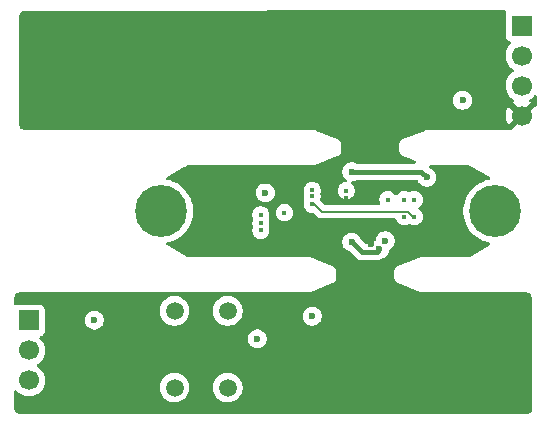
<source format=gbr>
%TF.GenerationSoftware,KiCad,Pcbnew,9.0.1*%
%TF.CreationDate,2025-06-23T13:00:01-04:00*%
%TF.ProjectId,Colossus_TI_rev_B,436f6c6f-7373-4757-935f-54495f726576,rev?*%
%TF.SameCoordinates,Original*%
%TF.FileFunction,Copper,L3,Inr*%
%TF.FilePolarity,Positive*%
%FSLAX46Y46*%
G04 Gerber Fmt 4.6, Leading zero omitted, Abs format (unit mm)*
G04 Created by KiCad (PCBNEW 9.0.1) date 2025-06-23 13:00:01*
%MOMM*%
%LPD*%
G01*
G04 APERTURE LIST*
%TA.AperFunction,ComponentPad*%
%ADD10C,1.507998*%
%TD*%
%TA.AperFunction,ComponentPad*%
%ADD11C,1.700000*%
%TD*%
%TA.AperFunction,ComponentPad*%
%ADD12R,1.700000X1.700000*%
%TD*%
%TA.AperFunction,ComponentPad*%
%ADD13C,0.700000*%
%TD*%
%TA.AperFunction,ComponentPad*%
%ADD14C,4.400000*%
%TD*%
%TA.AperFunction,ViaPad*%
%ADD15C,0.600000*%
%TD*%
%TA.AperFunction,ViaPad*%
%ADD16C,0.450000*%
%TD*%
%TA.AperFunction,Conductor*%
%ADD17C,0.400000*%
%TD*%
%TA.AperFunction,Conductor*%
%ADD18C,0.150000*%
%TD*%
G04 APERTURE END LIST*
D10*
%TO.N,N/C*%
%TO.C,SW2*%
X89900000Y-75575000D03*
X89900000Y-82075002D03*
%TO.N,NRST*%
X85399999Y-75575000D03*
%TO.N,Net-(C10-Pad2)*%
X85399999Y-82075002D03*
%TD*%
D11*
%TO.N,Vss*%
%TO.C,J1*%
X114775000Y-59035000D03*
%TO.N,SWDIO*%
X114775000Y-56495000D03*
%TO.N,SWCLK*%
X114775000Y-53955000D03*
D12*
%TO.N,Vdd*%
X114775000Y-51415000D03*
%TD*%
D11*
%TO.N,A5*%
%TO.C,J6*%
X73075000Y-81465000D03*
%TO.N,A4*%
X73075000Y-78925000D03*
D12*
%TO.N,A3*%
X73075000Y-76385000D03*
%TD*%
D13*
%TO.N,N/C*%
%TO.C,H1*%
X85900000Y-67125000D03*
X85416726Y-68291726D03*
X85416726Y-65958274D03*
X84250000Y-68775000D03*
D14*
X84250000Y-67125000D03*
D13*
X84250000Y-65475000D03*
X83083274Y-68291726D03*
X83083274Y-65958274D03*
X82600000Y-67125000D03*
%TD*%
%TO.N,N/C*%
%TO.C,H2*%
X114200000Y-67125000D03*
X113716726Y-68291726D03*
X113716726Y-65958274D03*
X112550000Y-68775000D03*
D14*
X112550000Y-67125000D03*
D13*
X112550000Y-65475000D03*
X111383274Y-68291726D03*
X111383274Y-65958274D03*
X110900000Y-67125000D03*
%TD*%
D15*
%TO.N,Strain Power*%
X93090000Y-65570000D03*
%TO.N,Vss*%
X90080000Y-63830000D03*
X94200000Y-69150000D03*
X93200000Y-64600000D03*
X87800000Y-66500000D03*
X92010000Y-65080000D03*
X78525000Y-81625000D03*
X106350000Y-70250000D03*
X89950000Y-68950000D03*
X102050000Y-75475000D03*
D16*
X99894613Y-66005387D03*
D15*
X102050000Y-69950000D03*
X106350000Y-69370000D03*
%TO.N,Vdd*%
X100400000Y-69750000D03*
D16*
X97050000Y-65888502D03*
D15*
X100400000Y-63800000D03*
D16*
X97050000Y-65350000D03*
D15*
X102741356Y-70350000D03*
X106750000Y-64250000D03*
X78600000Y-76350000D03*
X97050000Y-76020000D03*
X109775000Y-57750000D03*
%TO.N,NRST*%
X103243356Y-69643356D03*
X92400000Y-77950000D03*
D16*
%TO.N,SDATA*%
X92700000Y-67450000D03*
X104850000Y-66150000D03*
%TO.N,FSYNC*%
X92700000Y-68750000D03*
X104850000Y-67603366D03*
%TO.N,SCLK*%
X105700000Y-66150000D03*
X92700000Y-68150000D03*
%TO.N,24MHzClockOut*%
X103450000Y-66150000D03*
X94700000Y-67250000D03*
%TO.N,Mode Select*%
X105700000Y-67603366D03*
X97060000Y-66550000D03*
%TO.N,Strain Power*%
X99920000Y-65400000D03*
%TD*%
D17*
%TO.N,Vdd*%
X100400000Y-69750000D02*
X101228000Y-70578000D01*
X106300000Y-63800000D02*
X106750000Y-64250000D01*
X100400000Y-63800000D02*
X106300000Y-63800000D01*
X101228000Y-70578000D02*
X102513356Y-70578000D01*
X102513356Y-70578000D02*
X102741356Y-70350000D01*
D18*
%TO.N,Mode Select*%
X97848363Y-67175366D02*
X105125366Y-67175366D01*
X105125366Y-67175366D02*
X105600000Y-67650000D01*
X97100000Y-66427003D02*
X97848363Y-67175366D01*
%TD*%
%TA.AperFunction,Conductor*%
%TO.N,Vss*%
G36*
X113439921Y-50157915D02*
G01*
X113485691Y-50210705D01*
X113495655Y-50279861D01*
X113484194Y-50314318D01*
X113484303Y-50314359D01*
X113483172Y-50317388D01*
X113481750Y-50321667D01*
X113481204Y-50322665D01*
X113430908Y-50457517D01*
X113424501Y-50517116D01*
X113424500Y-50517135D01*
X113424500Y-52312870D01*
X113424501Y-52312876D01*
X113430908Y-52372483D01*
X113481202Y-52507328D01*
X113481206Y-52507335D01*
X113567452Y-52622544D01*
X113567455Y-52622547D01*
X113682664Y-52708793D01*
X113682671Y-52708797D01*
X113814082Y-52757810D01*
X113870016Y-52799681D01*
X113894433Y-52865145D01*
X113879582Y-52933418D01*
X113858431Y-52961673D01*
X113744889Y-53075215D01*
X113619951Y-53247179D01*
X113523444Y-53436585D01*
X113457753Y-53638760D01*
X113424500Y-53848713D01*
X113424500Y-54061286D01*
X113457753Y-54271239D01*
X113523444Y-54473414D01*
X113619951Y-54662820D01*
X113744890Y-54834786D01*
X113895213Y-54985109D01*
X114067182Y-55110050D01*
X114075946Y-55114516D01*
X114126742Y-55162491D01*
X114143536Y-55230312D01*
X114120998Y-55296447D01*
X114075946Y-55335484D01*
X114067182Y-55339949D01*
X113895213Y-55464890D01*
X113744890Y-55615213D01*
X113619951Y-55787179D01*
X113523444Y-55976585D01*
X113457753Y-56178760D01*
X113424500Y-56388713D01*
X113424500Y-56601287D01*
X113457754Y-56811243D01*
X113512672Y-56980263D01*
X113523444Y-57013414D01*
X113619951Y-57202820D01*
X113744890Y-57374786D01*
X113895213Y-57525109D01*
X114067179Y-57650048D01*
X114067181Y-57650049D01*
X114067184Y-57650051D01*
X114076493Y-57654794D01*
X114127290Y-57702766D01*
X114144087Y-57770587D01*
X114121552Y-57836722D01*
X114076505Y-57875760D01*
X114067446Y-57880376D01*
X114067440Y-57880380D01*
X114013282Y-57919727D01*
X114013282Y-57919728D01*
X114645591Y-58552037D01*
X114582007Y-58569075D01*
X114467993Y-58634901D01*
X114374901Y-58727993D01*
X114309075Y-58842007D01*
X114292037Y-58905591D01*
X113659728Y-58273282D01*
X113659727Y-58273282D01*
X113620380Y-58327439D01*
X113523904Y-58516782D01*
X113458242Y-58718869D01*
X113458242Y-58718872D01*
X113425000Y-58928753D01*
X113425000Y-59141246D01*
X113458242Y-59351127D01*
X113458242Y-59351130D01*
X113523904Y-59553217D01*
X113620375Y-59742550D01*
X113659728Y-59796716D01*
X114292037Y-59164408D01*
X114309075Y-59227993D01*
X114374901Y-59342007D01*
X114467993Y-59435099D01*
X114582007Y-59500925D01*
X114645590Y-59517962D01*
X114001522Y-60162029D01*
X113996384Y-60186488D01*
X113947331Y-60236243D01*
X113887091Y-60251836D01*
X106844820Y-60249513D01*
X106835948Y-60249510D01*
X106806155Y-60245218D01*
X106770343Y-60249488D01*
X106762945Y-60249486D01*
X106762944Y-60249485D01*
X106734293Y-60249478D01*
X106734273Y-60249478D01*
X106734272Y-60249478D01*
X106734268Y-60249478D01*
X106713751Y-60254968D01*
X106696395Y-60258308D01*
X106675303Y-60260825D01*
X106675298Y-60260826D01*
X106648673Y-60271476D01*
X106634680Y-60276128D01*
X106625432Y-60278603D01*
X106606967Y-60283544D01*
X106588564Y-60294161D01*
X106572655Y-60301882D01*
X104773578Y-61021513D01*
X104773577Y-61021513D01*
X104766734Y-61024251D01*
X104731814Y-61033608D01*
X104705814Y-61048617D01*
X104697568Y-61051916D01*
X104697569Y-61051916D01*
X104677938Y-61059769D01*
X104677936Y-61059771D01*
X104654891Y-61077011D01*
X104642618Y-61085104D01*
X104617686Y-61099499D01*
X104617683Y-61099502D01*
X104602739Y-61114445D01*
X104589349Y-61126044D01*
X104572425Y-61138706D01*
X104572416Y-61138714D01*
X104554614Y-61161337D01*
X104554613Y-61161336D01*
X104550049Y-61167135D01*
X104524500Y-61192686D01*
X104509494Y-61218675D01*
X104503995Y-61225664D01*
X104503995Y-61225665D01*
X104490925Y-61242276D01*
X104479585Y-61268735D01*
X104473001Y-61281883D01*
X104458608Y-61306813D01*
X104458607Y-61306815D01*
X104453135Y-61327228D01*
X104453136Y-61327229D01*
X104450833Y-61335820D01*
X104439012Y-61363408D01*
X104433856Y-61399183D01*
X104431949Y-61406303D01*
X104424501Y-61434100D01*
X104424500Y-61434109D01*
X104424500Y-61455235D01*
X104423233Y-61472918D01*
X104420217Y-61493844D01*
X104420217Y-61493845D01*
X104423627Y-61522425D01*
X104424500Y-61537112D01*
X104424500Y-61973602D01*
X104420345Y-62012884D01*
X104424500Y-62039228D01*
X104424500Y-62065897D01*
X104433028Y-62097723D01*
X104435738Y-62110494D01*
X104440873Y-62143052D01*
X104440875Y-62143058D01*
X104446702Y-62156168D01*
X104451705Y-62167425D01*
X104458608Y-62193186D01*
X104478353Y-62227386D01*
X104481008Y-62233359D01*
X104481011Y-62233365D01*
X104494399Y-62263486D01*
X104494399Y-62263487D01*
X104505054Y-62276663D01*
X104505055Y-62276663D01*
X104510960Y-62283965D01*
X104511166Y-62284219D01*
X104524500Y-62307314D01*
X104552427Y-62335241D01*
X104556537Y-62340323D01*
X104563958Y-62349500D01*
X104577266Y-62365955D01*
X104598829Y-62381643D01*
X104617686Y-62400500D01*
X104651892Y-62420248D01*
X104683831Y-62443486D01*
X104699648Y-62449569D01*
X104699650Y-62449570D01*
X104708722Y-62453059D01*
X104731814Y-62466392D01*
X104769964Y-62476614D01*
X105408404Y-62722167D01*
X105766157Y-62859765D01*
X105821662Y-62902203D01*
X105845412Y-62967913D01*
X105829866Y-63036031D01*
X105779960Y-63084931D01*
X105721644Y-63099500D01*
X100825316Y-63099500D01*
X100777864Y-63090061D01*
X100633501Y-63030264D01*
X100633489Y-63030261D01*
X100478845Y-62999500D01*
X100478842Y-62999500D01*
X100321158Y-62999500D01*
X100321155Y-62999500D01*
X100166510Y-63030261D01*
X100166498Y-63030264D01*
X100020827Y-63090602D01*
X100020814Y-63090609D01*
X99889711Y-63178210D01*
X99889707Y-63178213D01*
X99778213Y-63289707D01*
X99778210Y-63289711D01*
X99690609Y-63420814D01*
X99690602Y-63420827D01*
X99630264Y-63566498D01*
X99630261Y-63566510D01*
X99599500Y-63721153D01*
X99599500Y-63878846D01*
X99630261Y-64033489D01*
X99630264Y-64033501D01*
X99690602Y-64179172D01*
X99690609Y-64179185D01*
X99778210Y-64310288D01*
X99778213Y-64310292D01*
X99889707Y-64421786D01*
X99889711Y-64421789D01*
X99928037Y-64447398D01*
X99972842Y-64501010D01*
X99981549Y-64570335D01*
X99951395Y-64633363D01*
X99891952Y-64670082D01*
X99859146Y-64674500D01*
X99848543Y-64674500D01*
X99708385Y-64702379D01*
X99708379Y-64702381D01*
X99576349Y-64757069D01*
X99576340Y-64757074D01*
X99457521Y-64836467D01*
X99457517Y-64836470D01*
X99356470Y-64937517D01*
X99356467Y-64937521D01*
X99277074Y-65056340D01*
X99277069Y-65056349D01*
X99222381Y-65188379D01*
X99222379Y-65188385D01*
X99194500Y-65328542D01*
X99194500Y-65328545D01*
X99194500Y-65471455D01*
X99194500Y-65471457D01*
X99194499Y-65471457D01*
X99222379Y-65611614D01*
X99222381Y-65611620D01*
X99277069Y-65743650D01*
X99277074Y-65743659D01*
X99356467Y-65862478D01*
X99356470Y-65862482D01*
X99457517Y-65963529D01*
X99457521Y-65963532D01*
X99576340Y-66042925D01*
X99576346Y-66042928D01*
X99576347Y-66042929D01*
X99708380Y-66097619D01*
X99708384Y-66097619D01*
X99708385Y-66097620D01*
X99848542Y-66125500D01*
X99848545Y-66125500D01*
X99991457Y-66125500D01*
X100085751Y-66106742D01*
X100131620Y-66097619D01*
X100263653Y-66042929D01*
X100382479Y-65963532D01*
X100483532Y-65862479D01*
X100562929Y-65743653D01*
X100617619Y-65611620D01*
X100632607Y-65536271D01*
X100645500Y-65471457D01*
X100645500Y-65328542D01*
X100617620Y-65188385D01*
X100617619Y-65188384D01*
X100617619Y-65188380D01*
X100575318Y-65086258D01*
X100562930Y-65056349D01*
X100562925Y-65056340D01*
X100483532Y-64937521D01*
X100483529Y-64937517D01*
X100382482Y-64836470D01*
X100369210Y-64827602D01*
X100324406Y-64773989D01*
X100315699Y-64704664D01*
X100345854Y-64641637D01*
X100405298Y-64604918D01*
X100438102Y-64600500D01*
X100478844Y-64600500D01*
X100478845Y-64600499D01*
X100633497Y-64569737D01*
X100739192Y-64525957D01*
X100777864Y-64509939D01*
X100825316Y-64500500D01*
X105904452Y-64500500D01*
X105971491Y-64520185D01*
X106017246Y-64572989D01*
X106019010Y-64577041D01*
X106028727Y-64600500D01*
X106040606Y-64629179D01*
X106040607Y-64629182D01*
X106128210Y-64760288D01*
X106128213Y-64760292D01*
X106239707Y-64871786D01*
X106239711Y-64871789D01*
X106370814Y-64959390D01*
X106370827Y-64959397D01*
X106484176Y-65006347D01*
X106516503Y-65019737D01*
X106671153Y-65050499D01*
X106671156Y-65050500D01*
X106671158Y-65050500D01*
X106828844Y-65050500D01*
X106828845Y-65050499D01*
X106983497Y-65019737D01*
X107129179Y-64959394D01*
X107260289Y-64871789D01*
X107371789Y-64760289D01*
X107459394Y-64629179D01*
X107519737Y-64483497D01*
X107550500Y-64328842D01*
X107550500Y-64171158D01*
X107550500Y-64171155D01*
X107550499Y-64171153D01*
X107523117Y-64033497D01*
X107519737Y-64016503D01*
X107519735Y-64016498D01*
X107459397Y-63870827D01*
X107459390Y-63870814D01*
X107371789Y-63739711D01*
X107371786Y-63739707D01*
X107260292Y-63628213D01*
X107260288Y-63628210D01*
X107129185Y-63540609D01*
X107129172Y-63540602D01*
X107004738Y-63489061D01*
X106950334Y-63445221D01*
X106928269Y-63378926D01*
X106945548Y-63311227D01*
X106996685Y-63263616D01*
X107052190Y-63250500D01*
X110332048Y-63250500D01*
X110394246Y-63267227D01*
X112076799Y-64242790D01*
X112124921Y-64293446D01*
X112138018Y-64362078D01*
X112111930Y-64426894D01*
X112054941Y-64467318D01*
X112042194Y-64470954D01*
X111801229Y-64525953D01*
X111801216Y-64525957D01*
X111514931Y-64626133D01*
X111241661Y-64757733D01*
X110984837Y-64919107D01*
X110747696Y-65108220D01*
X110533220Y-65322696D01*
X110344107Y-65559837D01*
X110182733Y-65816661D01*
X110051133Y-66089931D01*
X109950957Y-66376216D01*
X109950953Y-66376228D01*
X109883460Y-66671937D01*
X109883457Y-66671951D01*
X109849500Y-66973336D01*
X109849500Y-67276663D01*
X109883457Y-67578048D01*
X109883459Y-67578060D01*
X109883460Y-67578063D01*
X109887020Y-67593659D01*
X109950953Y-67873771D01*
X109950957Y-67873783D01*
X110051133Y-68160068D01*
X110182733Y-68433338D01*
X110207037Y-68472018D01*
X110344108Y-68690164D01*
X110533221Y-68927304D01*
X110747696Y-69141779D01*
X110984836Y-69330892D01*
X111241659Y-69492265D01*
X111514935Y-69623868D01*
X111729951Y-69699105D01*
X111801216Y-69724042D01*
X111801228Y-69724046D01*
X112041423Y-69778869D01*
X112102401Y-69812978D01*
X112135259Y-69874639D01*
X112129564Y-69944276D01*
X112087124Y-69999780D01*
X112076055Y-70007017D01*
X111423789Y-70385431D01*
X110413099Y-70971786D01*
X110394188Y-70982757D01*
X110331963Y-70999500D01*
X106489228Y-70999500D01*
X106462884Y-70995345D01*
X106423602Y-70999500D01*
X106384105Y-70999500D01*
X106367734Y-71003887D01*
X106367733Y-71003887D01*
X106358344Y-71006402D01*
X106331831Y-71009207D01*
X106294986Y-71023377D01*
X106288670Y-71025070D01*
X106288660Y-71025074D01*
X106256810Y-71033609D01*
X106242131Y-71042084D01*
X106224646Y-71050431D01*
X104351065Y-71771037D01*
X104351066Y-71771038D01*
X104344964Y-71773385D01*
X104306814Y-71783608D01*
X104283721Y-71796940D01*
X104274648Y-71800430D01*
X104274645Y-71800430D01*
X104258832Y-71806512D01*
X104232180Y-71825903D01*
X104221232Y-71833018D01*
X104192686Y-71849499D01*
X104180691Y-71861493D01*
X104180690Y-71861492D01*
X104173818Y-71868363D01*
X104152266Y-71884045D01*
X104127437Y-71914745D01*
X104122806Y-71919377D01*
X104099501Y-71942682D01*
X104091025Y-71957364D01*
X104086166Y-71965780D01*
X104069399Y-71986514D01*
X104053359Y-72022601D01*
X104050088Y-72028268D01*
X104050086Y-72028269D01*
X104033607Y-72056813D01*
X104029219Y-72073191D01*
X104026705Y-72082574D01*
X104015876Y-72106941D01*
X104009722Y-72145954D01*
X104008028Y-72152278D01*
X104008027Y-72152279D01*
X103999501Y-72184100D01*
X103999500Y-72184109D01*
X103999500Y-72201053D01*
X103997986Y-72220370D01*
X103995345Y-72237112D01*
X103995345Y-72237119D01*
X103998812Y-72269891D01*
X103999500Y-72282935D01*
X103999500Y-72720254D01*
X103995218Y-72756155D01*
X103999500Y-72785873D01*
X103999500Y-72815897D01*
X104006949Y-72843696D01*
X104009906Y-72858100D01*
X104014012Y-72886592D01*
X104014012Y-72886594D01*
X104022337Y-72906020D01*
X104028135Y-72922764D01*
X104033606Y-72943183D01*
X104033609Y-72943189D01*
X104047999Y-72968113D01*
X104051684Y-72974495D01*
X104065924Y-73007721D01*
X104084485Y-73031309D01*
X104088927Y-73039003D01*
X104099498Y-73057312D01*
X104099499Y-73057313D01*
X104099500Y-73057314D01*
X104119856Y-73077670D01*
X104129618Y-73088666D01*
X104147414Y-73111283D01*
X104147416Y-73111284D01*
X104147418Y-73111287D01*
X104171458Y-73129272D01*
X104192686Y-73150500D01*
X104223989Y-73168572D01*
X104229889Y-73172986D01*
X104229890Y-73172987D01*
X104252937Y-73190229D01*
X104252936Y-73190229D01*
X104252938Y-73190230D01*
X104252940Y-73190231D01*
X104270031Y-73197067D01*
X104272562Y-73198080D01*
X104288505Y-73205821D01*
X104306814Y-73216392D01*
X104334619Y-73223841D01*
X104348569Y-73228482D01*
X106155811Y-73951379D01*
X106181814Y-73966392D01*
X106216736Y-73975749D01*
X106223581Y-73978487D01*
X106250295Y-73989173D01*
X106250298Y-73989174D01*
X106280108Y-73992729D01*
X106309108Y-74000500D01*
X106345255Y-74000500D01*
X106371044Y-74003576D01*
X106381154Y-74004782D01*
X106381154Y-74004781D01*
X106381155Y-74004782D01*
X106402081Y-74001766D01*
X106419764Y-74000500D01*
X115084108Y-74000500D01*
X115143038Y-74000500D01*
X115156922Y-74001280D01*
X115161244Y-74001767D01*
X115247266Y-74011459D01*
X115274331Y-74017636D01*
X115353540Y-74045352D01*
X115378553Y-74057398D01*
X115449606Y-74102043D01*
X115471313Y-74119355D01*
X115530644Y-74178686D01*
X115547957Y-74200395D01*
X115592600Y-74271444D01*
X115604648Y-74296462D01*
X115632362Y-74375666D01*
X115638540Y-74402735D01*
X115648720Y-74493076D01*
X115649500Y-74506631D01*
X115649500Y-74565892D01*
X115649659Y-74566488D01*
X115649682Y-74575050D01*
X115649680Y-74575054D01*
X115649682Y-74575075D01*
X115672373Y-83795798D01*
X115671593Y-83809985D01*
X115661434Y-83900157D01*
X115655256Y-83927229D01*
X115627542Y-84006433D01*
X115615494Y-84031451D01*
X115570851Y-84102500D01*
X115553538Y-84124209D01*
X115494209Y-84183538D01*
X115472500Y-84200851D01*
X115401451Y-84245494D01*
X115376433Y-84257542D01*
X115297229Y-84285256D01*
X115270158Y-84291434D01*
X115179828Y-84301611D01*
X115165937Y-84302391D01*
X72394498Y-84299570D01*
X72394377Y-84299570D01*
X72386122Y-84299561D01*
X72385892Y-84299500D01*
X72326833Y-84299500D01*
X72326802Y-84299491D01*
X72313078Y-84298720D01*
X72300553Y-84297308D01*
X72222735Y-84288540D01*
X72195666Y-84282362D01*
X72116462Y-84254648D01*
X72091444Y-84242600D01*
X72020395Y-84197957D01*
X71998686Y-84180644D01*
X71939355Y-84121313D01*
X71922042Y-84099604D01*
X71877399Y-84028555D01*
X71865351Y-84003537D01*
X71838650Y-83927229D01*
X71837636Y-83924331D01*
X71831459Y-83897263D01*
X71821280Y-83806926D01*
X71820500Y-83793334D01*
X71820500Y-83734108D01*
X71820359Y-83733584D01*
X71820345Y-83727992D01*
X71817519Y-82413732D01*
X71837060Y-82346654D01*
X71889765Y-82300786D01*
X71958902Y-82290693D01*
X72022520Y-82319582D01*
X72041833Y-82340578D01*
X72044890Y-82344786D01*
X72195213Y-82495109D01*
X72367179Y-82620048D01*
X72367181Y-82620049D01*
X72367184Y-82620051D01*
X72556588Y-82716557D01*
X72758757Y-82782246D01*
X72968713Y-82815500D01*
X72968714Y-82815500D01*
X73181286Y-82815500D01*
X73181287Y-82815500D01*
X73391243Y-82782246D01*
X73593412Y-82716557D01*
X73782816Y-82620051D01*
X73804789Y-82604086D01*
X73954786Y-82495109D01*
X73954788Y-82495106D01*
X73954792Y-82495104D01*
X74105104Y-82344792D01*
X74105106Y-82344788D01*
X74105109Y-82344786D01*
X74230048Y-82172820D01*
X74230047Y-82172820D01*
X74230051Y-82172816D01*
X74326557Y-81983412D01*
X74328879Y-81976265D01*
X84145500Y-81976265D01*
X84145500Y-82173738D01*
X84176389Y-82368765D01*
X84237410Y-82556566D01*
X84318929Y-82716555D01*
X84327055Y-82732503D01*
X84443121Y-82892253D01*
X84582748Y-83031880D01*
X84742498Y-83147946D01*
X84825623Y-83190300D01*
X84918434Y-83237590D01*
X84918436Y-83237590D01*
X84918439Y-83237592D01*
X85019102Y-83270299D01*
X85106235Y-83298611D01*
X85301263Y-83329501D01*
X85301268Y-83329501D01*
X85498735Y-83329501D01*
X85693762Y-83298611D01*
X85881559Y-83237592D01*
X86057500Y-83147946D01*
X86217250Y-83031880D01*
X86356877Y-82892253D01*
X86472943Y-82732503D01*
X86562589Y-82556562D01*
X86623608Y-82368765D01*
X86634375Y-82300786D01*
X86654498Y-82173738D01*
X86654498Y-81976265D01*
X88645501Y-81976265D01*
X88645501Y-82173738D01*
X88676390Y-82368765D01*
X88737411Y-82556566D01*
X88818930Y-82716555D01*
X88827056Y-82732503D01*
X88943122Y-82892253D01*
X89082749Y-83031880D01*
X89242499Y-83147946D01*
X89325624Y-83190300D01*
X89418435Y-83237590D01*
X89418437Y-83237590D01*
X89418440Y-83237592D01*
X89519103Y-83270299D01*
X89606236Y-83298611D01*
X89801264Y-83329501D01*
X89801269Y-83329501D01*
X89998736Y-83329501D01*
X90193763Y-83298611D01*
X90381560Y-83237592D01*
X90557501Y-83147946D01*
X90717251Y-83031880D01*
X90856878Y-82892253D01*
X90972944Y-82732503D01*
X91062590Y-82556562D01*
X91123609Y-82368765D01*
X91134376Y-82300786D01*
X91154499Y-82173738D01*
X91154499Y-81976265D01*
X91123609Y-81781238D01*
X91062588Y-81593437D01*
X90972943Y-81417500D01*
X90856878Y-81257751D01*
X90717251Y-81118124D01*
X90557501Y-81002058D01*
X90381564Y-80912413D01*
X90193763Y-80851392D01*
X89998736Y-80820503D01*
X89998731Y-80820503D01*
X89801269Y-80820503D01*
X89801264Y-80820503D01*
X89606236Y-80851392D01*
X89418435Y-80912413D01*
X89242498Y-81002058D01*
X89082747Y-81118125D01*
X88943123Y-81257749D01*
X88827056Y-81417500D01*
X88737411Y-81593437D01*
X88676390Y-81781238D01*
X88645501Y-81976265D01*
X86654498Y-81976265D01*
X86623608Y-81781238D01*
X86562587Y-81593437D01*
X86472942Y-81417500D01*
X86356877Y-81257751D01*
X86217250Y-81118124D01*
X86057500Y-81002058D01*
X85881563Y-80912413D01*
X85693762Y-80851392D01*
X85498735Y-80820503D01*
X85498730Y-80820503D01*
X85301268Y-80820503D01*
X85301263Y-80820503D01*
X85106235Y-80851392D01*
X84918434Y-80912413D01*
X84742497Y-81002058D01*
X84582746Y-81118125D01*
X84443122Y-81257749D01*
X84327055Y-81417500D01*
X84237410Y-81593437D01*
X84176389Y-81781238D01*
X84145500Y-81976265D01*
X74328879Y-81976265D01*
X74392246Y-81781243D01*
X74425500Y-81571287D01*
X74425500Y-81358713D01*
X74392246Y-81148757D01*
X74326557Y-80946588D01*
X74230051Y-80757184D01*
X74230049Y-80757181D01*
X74230048Y-80757179D01*
X74105109Y-80585213D01*
X73954786Y-80434890D01*
X73782820Y-80309951D01*
X73782115Y-80309591D01*
X73774054Y-80305485D01*
X73723259Y-80257512D01*
X73706463Y-80189692D01*
X73728999Y-80123556D01*
X73774054Y-80084515D01*
X73782816Y-80080051D01*
X73804789Y-80064086D01*
X73954786Y-79955109D01*
X73954788Y-79955106D01*
X73954792Y-79955104D01*
X74105104Y-79804792D01*
X74105106Y-79804788D01*
X74105109Y-79804786D01*
X74230048Y-79632820D01*
X74230047Y-79632820D01*
X74230051Y-79632816D01*
X74326557Y-79443412D01*
X74392246Y-79241243D01*
X74425500Y-79031287D01*
X74425500Y-78818713D01*
X74392246Y-78608757D01*
X74326557Y-78406588D01*
X74230051Y-78217184D01*
X74230049Y-78217181D01*
X74230048Y-78217179D01*
X74105109Y-78045213D01*
X73991569Y-77931673D01*
X73958522Y-77871153D01*
X91599500Y-77871153D01*
X91599500Y-78028846D01*
X91630261Y-78183489D01*
X91630264Y-78183501D01*
X91690602Y-78329172D01*
X91690609Y-78329185D01*
X91778210Y-78460288D01*
X91778213Y-78460292D01*
X91889707Y-78571786D01*
X91889711Y-78571789D01*
X92020814Y-78659390D01*
X92020827Y-78659397D01*
X92166498Y-78719735D01*
X92166503Y-78719737D01*
X92321153Y-78750499D01*
X92321156Y-78750500D01*
X92321158Y-78750500D01*
X92478844Y-78750500D01*
X92478845Y-78750499D01*
X92633497Y-78719737D01*
X92779179Y-78659394D01*
X92910289Y-78571789D01*
X93021789Y-78460289D01*
X93109394Y-78329179D01*
X93169737Y-78183497D01*
X93200500Y-78028842D01*
X93200500Y-77871158D01*
X93200500Y-77871155D01*
X93200499Y-77871153D01*
X93200339Y-77870350D01*
X93169737Y-77716503D01*
X93154119Y-77678797D01*
X93109397Y-77570827D01*
X93109390Y-77570814D01*
X93021789Y-77439711D01*
X93021786Y-77439707D01*
X92910292Y-77328213D01*
X92910288Y-77328210D01*
X92779185Y-77240609D01*
X92779172Y-77240602D01*
X92633501Y-77180264D01*
X92633489Y-77180261D01*
X92478845Y-77149500D01*
X92478842Y-77149500D01*
X92321158Y-77149500D01*
X92321155Y-77149500D01*
X92166510Y-77180261D01*
X92166498Y-77180264D01*
X92020827Y-77240602D01*
X92020814Y-77240609D01*
X91889711Y-77328210D01*
X91889707Y-77328213D01*
X91778213Y-77439707D01*
X91778210Y-77439711D01*
X91690609Y-77570814D01*
X91690602Y-77570827D01*
X91630264Y-77716498D01*
X91630261Y-77716510D01*
X91599500Y-77871153D01*
X73958522Y-77871153D01*
X73958084Y-77870350D01*
X73963068Y-77800658D01*
X74004940Y-77744725D01*
X74035915Y-77727810D01*
X74167331Y-77678796D01*
X74282546Y-77592546D01*
X74368796Y-77477331D01*
X74419091Y-77342483D01*
X74425500Y-77282873D01*
X74425499Y-76271153D01*
X77799500Y-76271153D01*
X77799500Y-76428846D01*
X77830261Y-76583489D01*
X77830264Y-76583501D01*
X77890602Y-76729172D01*
X77890609Y-76729185D01*
X77978210Y-76860288D01*
X77978213Y-76860292D01*
X78089707Y-76971786D01*
X78089711Y-76971789D01*
X78220814Y-77059390D01*
X78220827Y-77059397D01*
X78366498Y-77119735D01*
X78366503Y-77119737D01*
X78516131Y-77149500D01*
X78521153Y-77150499D01*
X78521156Y-77150500D01*
X78521158Y-77150500D01*
X78678844Y-77150500D01*
X78678845Y-77150499D01*
X78833497Y-77119737D01*
X78979179Y-77059394D01*
X79110289Y-76971789D01*
X79221789Y-76860289D01*
X79309394Y-76729179D01*
X79369737Y-76583497D01*
X79400500Y-76428842D01*
X79400500Y-76271158D01*
X79400500Y-76271155D01*
X79400499Y-76271153D01*
X79396985Y-76253489D01*
X79369737Y-76116503D01*
X79362423Y-76098846D01*
X79309397Y-75970827D01*
X79309390Y-75970814D01*
X79221789Y-75839711D01*
X79221786Y-75839707D01*
X79110292Y-75728213D01*
X79110288Y-75728210D01*
X78979185Y-75640609D01*
X78979172Y-75640602D01*
X78847251Y-75585959D01*
X78847248Y-75585959D01*
X78833497Y-75580263D01*
X78833492Y-75580262D01*
X78833489Y-75580261D01*
X78678845Y-75549500D01*
X78678842Y-75549500D01*
X78521158Y-75549500D01*
X78521155Y-75549500D01*
X78366510Y-75580261D01*
X78366498Y-75580264D01*
X78220827Y-75640602D01*
X78220814Y-75640609D01*
X78089711Y-75728210D01*
X78089707Y-75728213D01*
X77978213Y-75839707D01*
X77978210Y-75839711D01*
X77890609Y-75970814D01*
X77890602Y-75970827D01*
X77830264Y-76116498D01*
X77830261Y-76116510D01*
X77799500Y-76271153D01*
X74425499Y-76271153D01*
X74425499Y-75487128D01*
X74424331Y-75476263D01*
X84145500Y-75476263D01*
X84145500Y-75673736D01*
X84176389Y-75868763D01*
X84237410Y-76056564D01*
X84327055Y-76232501D01*
X84443121Y-76392251D01*
X84582748Y-76531878D01*
X84742498Y-76647944D01*
X84825623Y-76690298D01*
X84918434Y-76737588D01*
X84918436Y-76737588D01*
X84918439Y-76737590D01*
X85019102Y-76770297D01*
X85106235Y-76798609D01*
X85301263Y-76829499D01*
X85301268Y-76829499D01*
X85498735Y-76829499D01*
X85693762Y-76798609D01*
X85721073Y-76789735D01*
X85881559Y-76737590D01*
X86057500Y-76647944D01*
X86217250Y-76531878D01*
X86356877Y-76392251D01*
X86472943Y-76232501D01*
X86562589Y-76056560D01*
X86623608Y-75868763D01*
X86636637Y-75786503D01*
X86654498Y-75673736D01*
X86654498Y-75476263D01*
X88645501Y-75476263D01*
X88645501Y-75673736D01*
X88676390Y-75868763D01*
X88737411Y-76056564D01*
X88827056Y-76232501D01*
X88943122Y-76392251D01*
X89082749Y-76531878D01*
X89242499Y-76647944D01*
X89325624Y-76690298D01*
X89418435Y-76737588D01*
X89418437Y-76737588D01*
X89418440Y-76737590D01*
X89519103Y-76770297D01*
X89606236Y-76798609D01*
X89801264Y-76829499D01*
X89801269Y-76829499D01*
X89998736Y-76829499D01*
X90193763Y-76798609D01*
X90221074Y-76789735D01*
X90381560Y-76737590D01*
X90557501Y-76647944D01*
X90717251Y-76531878D01*
X90856878Y-76392251D01*
X90972944Y-76232501D01*
X91062590Y-76056560D01*
X91091418Y-75967835D01*
X91100088Y-75941153D01*
X96249500Y-75941153D01*
X96249500Y-76098846D01*
X96280261Y-76253489D01*
X96280264Y-76253501D01*
X96340602Y-76399172D01*
X96340609Y-76399185D01*
X96428210Y-76530288D01*
X96428213Y-76530292D01*
X96539707Y-76641786D01*
X96539711Y-76641789D01*
X96670814Y-76729390D01*
X96670827Y-76729397D01*
X96816498Y-76789735D01*
X96816503Y-76789737D01*
X96971153Y-76820499D01*
X96971156Y-76820500D01*
X96971158Y-76820500D01*
X97128844Y-76820500D01*
X97128845Y-76820499D01*
X97283497Y-76789737D01*
X97429179Y-76729394D01*
X97560289Y-76641789D01*
X97671789Y-76530289D01*
X97759394Y-76399179D01*
X97819737Y-76253497D01*
X97850500Y-76098842D01*
X97850500Y-75941158D01*
X97850500Y-75941155D01*
X97850499Y-75941153D01*
X97836100Y-75868764D01*
X97819737Y-75786503D01*
X97795592Y-75728211D01*
X97759397Y-75640827D01*
X97759390Y-75640814D01*
X97671789Y-75509711D01*
X97671786Y-75509707D01*
X97560292Y-75398213D01*
X97560288Y-75398210D01*
X97429185Y-75310609D01*
X97429172Y-75310602D01*
X97283501Y-75250264D01*
X97283489Y-75250261D01*
X97128845Y-75219500D01*
X97128842Y-75219500D01*
X96971158Y-75219500D01*
X96971155Y-75219500D01*
X96816510Y-75250261D01*
X96816498Y-75250264D01*
X96670827Y-75310602D01*
X96670814Y-75310609D01*
X96539711Y-75398210D01*
X96539707Y-75398213D01*
X96428213Y-75509707D01*
X96428210Y-75509711D01*
X96340609Y-75640814D01*
X96340602Y-75640827D01*
X96280264Y-75786498D01*
X96280261Y-75786510D01*
X96249500Y-75941153D01*
X91100088Y-75941153D01*
X91114517Y-75896747D01*
X91114518Y-75896745D01*
X91123607Y-75868771D01*
X91123607Y-75868767D01*
X91123609Y-75868763D01*
X91145870Y-75728213D01*
X91154499Y-75673736D01*
X91154499Y-75476263D01*
X91123609Y-75281236D01*
X91062588Y-75093435D01*
X90972943Y-74917498D01*
X90856878Y-74757749D01*
X90717251Y-74618122D01*
X90557501Y-74502056D01*
X90539596Y-74492933D01*
X90381564Y-74412411D01*
X90193763Y-74351390D01*
X89998736Y-74320501D01*
X89998731Y-74320501D01*
X89801269Y-74320501D01*
X89801264Y-74320501D01*
X89606236Y-74351390D01*
X89418435Y-74412411D01*
X89242498Y-74502056D01*
X89082747Y-74618123D01*
X88943123Y-74757747D01*
X88827056Y-74917498D01*
X88737411Y-75093435D01*
X88676390Y-75281236D01*
X88645501Y-75476263D01*
X86654498Y-75476263D01*
X86623608Y-75281236D01*
X86562587Y-75093435D01*
X86472942Y-74917498D01*
X86356877Y-74757749D01*
X86217250Y-74618122D01*
X86057500Y-74502056D01*
X86039595Y-74492933D01*
X85881563Y-74412411D01*
X85693762Y-74351390D01*
X85498735Y-74320501D01*
X85498730Y-74320501D01*
X85301268Y-74320501D01*
X85301263Y-74320501D01*
X85106235Y-74351390D01*
X84918434Y-74412411D01*
X84742497Y-74502056D01*
X84582746Y-74618123D01*
X84443122Y-74757747D01*
X84327055Y-74917498D01*
X84237410Y-75093435D01*
X84176389Y-75281236D01*
X84145500Y-75476263D01*
X74424331Y-75476263D01*
X74419091Y-75427517D01*
X74408161Y-75398213D01*
X74368797Y-75292671D01*
X74368793Y-75292664D01*
X74282547Y-75177455D01*
X74282544Y-75177452D01*
X74167335Y-75091206D01*
X74167328Y-75091202D01*
X74032482Y-75040908D01*
X74032483Y-75040908D01*
X73972883Y-75034501D01*
X73972881Y-75034500D01*
X73972873Y-75034500D01*
X73972864Y-75034500D01*
X72177129Y-75034500D01*
X72177123Y-75034501D01*
X72117516Y-75040908D01*
X71974359Y-75094303D01*
X71973654Y-75092414D01*
X71916666Y-75104800D01*
X71851206Y-75080371D01*
X71809345Y-75024430D01*
X71801535Y-74981389D01*
X71800516Y-74507078D01*
X71801296Y-74492933D01*
X71811459Y-74402736D01*
X71811460Y-74402729D01*
X71817635Y-74375670D01*
X71845353Y-74296456D01*
X71857396Y-74271450D01*
X71902046Y-74200389D01*
X71919351Y-74178690D01*
X71978690Y-74119351D01*
X72000389Y-74102046D01*
X72071450Y-74057396D01*
X72096456Y-74045353D01*
X72175670Y-74017635D01*
X72202733Y-74011459D01*
X72265419Y-74004396D01*
X72293079Y-74001280D01*
X72306962Y-74000500D01*
X72365892Y-74000500D01*
X96664126Y-74000500D01*
X96693845Y-74004782D01*
X96729745Y-74000500D01*
X96765892Y-74000500D01*
X96786304Y-73995029D01*
X96803707Y-73991677D01*
X96824702Y-73989174D01*
X96851434Y-73978480D01*
X96865372Y-73973844D01*
X96893186Y-73966392D01*
X96911491Y-73955822D01*
X96927437Y-73948079D01*
X98733265Y-73225748D01*
X98768186Y-73216392D01*
X98794187Y-73201380D01*
X98822060Y-73190231D01*
X98851006Y-73168575D01*
X98882314Y-73150500D01*
X98903539Y-73129274D01*
X98910660Y-73123947D01*
X98927577Y-73111292D01*
X98927580Y-73111289D01*
X98927579Y-73111289D01*
X98927583Y-73111287D01*
X98949941Y-73082872D01*
X98975500Y-73057314D01*
X98990510Y-73031315D01*
X99009076Y-73007721D01*
X99023316Y-72974493D01*
X99041392Y-72943186D01*
X99049161Y-72914188D01*
X99060989Y-72886592D01*
X99066144Y-72850805D01*
X99075500Y-72815892D01*
X99075500Y-72785875D01*
X99079782Y-72756155D01*
X99076373Y-72727572D01*
X99075500Y-72712886D01*
X99075500Y-72276391D01*
X99079654Y-72237116D01*
X99075500Y-72210776D01*
X99075500Y-72184108D01*
X99065276Y-72145954D01*
X99059124Y-72106941D01*
X99048294Y-72082574D01*
X99041392Y-72056814D01*
X99021641Y-72022605D01*
X99005601Y-71986514D01*
X98988833Y-71965780D01*
X98975500Y-71942686D01*
X98952197Y-71919383D01*
X98943461Y-71909674D01*
X98922740Y-71884051D01*
X98922735Y-71884047D01*
X98922734Y-71884045D01*
X98909024Y-71874070D01*
X98909024Y-71874069D01*
X98901166Y-71868352D01*
X98882314Y-71849500D01*
X98848107Y-71829751D01*
X98842817Y-71825902D01*
X98842817Y-71825901D01*
X98816175Y-71806518D01*
X98816172Y-71806516D01*
X98816169Y-71806514D01*
X98816166Y-71806513D01*
X98816163Y-71806511D01*
X98800349Y-71800429D01*
X98782867Y-71792084D01*
X98778576Y-71789607D01*
X98768186Y-71783608D01*
X98768183Y-71783607D01*
X98758994Y-71781144D01*
X98736346Y-71775076D01*
X98723935Y-71771039D01*
X98723932Y-71771038D01*
X98259602Y-71592449D01*
X96850353Y-71050431D01*
X96841280Y-71046941D01*
X96818186Y-71033608D01*
X96780034Y-71023385D01*
X96773939Y-71021041D01*
X96773929Y-71021038D01*
X96743166Y-71009206D01*
X96726313Y-71007424D01*
X96707265Y-71003887D01*
X96690893Y-70999500D01*
X96690892Y-70999500D01*
X96657937Y-70999500D01*
X96644894Y-70998812D01*
X96612120Y-70995345D01*
X96612112Y-70995345D01*
X96595371Y-70997986D01*
X96576053Y-70999500D01*
X86468592Y-70999500D01*
X86406189Y-70982653D01*
X85357272Y-70371789D01*
X84728776Y-70005768D01*
X84680751Y-69955021D01*
X84667787Y-69886365D01*
X84693998Y-69821598D01*
X84751065Y-69781284D01*
X84763579Y-69777727D01*
X84998772Y-69724046D01*
X85149932Y-69671153D01*
X99599500Y-69671153D01*
X99599500Y-69828846D01*
X99630261Y-69983489D01*
X99630264Y-69983501D01*
X99690602Y-70129172D01*
X99690609Y-70129185D01*
X99778210Y-70260288D01*
X99778213Y-70260292D01*
X99889707Y-70371786D01*
X99889711Y-70371789D01*
X100020814Y-70459390D01*
X100020827Y-70459397D01*
X100165185Y-70519191D01*
X100205414Y-70546071D01*
X100781453Y-71122111D01*
X100781454Y-71122112D01*
X100896192Y-71198777D01*
X101023667Y-71251578D01*
X101023672Y-71251580D01*
X101023676Y-71251580D01*
X101023677Y-71251581D01*
X101159003Y-71278500D01*
X101159006Y-71278500D01*
X102582352Y-71278500D01*
X102673396Y-71260389D01*
X102717684Y-71251580D01*
X102845167Y-71198775D01*
X102938690Y-71136284D01*
X102971591Y-71120726D01*
X102974845Y-71119738D01*
X102974853Y-71119737D01*
X103120535Y-71059394D01*
X103251645Y-70971789D01*
X103363145Y-70860289D01*
X103450750Y-70729179D01*
X103511093Y-70583497D01*
X103538176Y-70447341D01*
X103570560Y-70385431D01*
X103612342Y-70356972D01*
X103622535Y-70352750D01*
X103753645Y-70265145D01*
X103865145Y-70153645D01*
X103952750Y-70022535D01*
X104013093Y-69876853D01*
X104043856Y-69722198D01*
X104043856Y-69564514D01*
X104043856Y-69564511D01*
X104043855Y-69564509D01*
X104042046Y-69555414D01*
X104013093Y-69409859D01*
X104006081Y-69392930D01*
X103952753Y-69264183D01*
X103952746Y-69264170D01*
X103865145Y-69133067D01*
X103865142Y-69133063D01*
X103753648Y-69021569D01*
X103753644Y-69021566D01*
X103622541Y-68933965D01*
X103622528Y-68933958D01*
X103476857Y-68873620D01*
X103476845Y-68873617D01*
X103322201Y-68842856D01*
X103322198Y-68842856D01*
X103164514Y-68842856D01*
X103164511Y-68842856D01*
X103009866Y-68873617D01*
X103009854Y-68873620D01*
X102864183Y-68933958D01*
X102864170Y-68933965D01*
X102733067Y-69021566D01*
X102733063Y-69021569D01*
X102621569Y-69133063D01*
X102621566Y-69133067D01*
X102533965Y-69264170D01*
X102533958Y-69264183D01*
X102473620Y-69409854D01*
X102473617Y-69409864D01*
X102446535Y-69546013D01*
X102414150Y-69607924D01*
X102372379Y-69636379D01*
X102362179Y-69640604D01*
X102362174Y-69640607D01*
X102231071Y-69728207D01*
X102231063Y-69728213D01*
X102118096Y-69841181D01*
X102056773Y-69874666D01*
X102030415Y-69877500D01*
X101569519Y-69877500D01*
X101502480Y-69857815D01*
X101481838Y-69841181D01*
X101196071Y-69555414D01*
X101169191Y-69515185D01*
X101109397Y-69370827D01*
X101109390Y-69370814D01*
X101021789Y-69239711D01*
X101021786Y-69239707D01*
X100910292Y-69128213D01*
X100910288Y-69128210D01*
X100779185Y-69040609D01*
X100779172Y-69040602D01*
X100633501Y-68980264D01*
X100633489Y-68980261D01*
X100478845Y-68949500D01*
X100478842Y-68949500D01*
X100321158Y-68949500D01*
X100321155Y-68949500D01*
X100166510Y-68980261D01*
X100166498Y-68980264D01*
X100020827Y-69040602D01*
X100020814Y-69040609D01*
X99889711Y-69128210D01*
X99889707Y-69128213D01*
X99778213Y-69239707D01*
X99778210Y-69239711D01*
X99690609Y-69370814D01*
X99690602Y-69370827D01*
X99630264Y-69516498D01*
X99630261Y-69516510D01*
X99599500Y-69671153D01*
X85149932Y-69671153D01*
X85285065Y-69623868D01*
X85408321Y-69564511D01*
X85431506Y-69553346D01*
X85508010Y-69516503D01*
X85558341Y-69492265D01*
X85815164Y-69330892D01*
X86052304Y-69141779D01*
X86266779Y-68927304D01*
X86455892Y-68690164D01*
X86617265Y-68433341D01*
X86748868Y-68160065D01*
X86849046Y-67873772D01*
X86916540Y-67578063D01*
X86919336Y-67553254D01*
X86922919Y-67521457D01*
X91974499Y-67521457D01*
X92002379Y-67661614D01*
X92002382Y-67661624D01*
X92040044Y-67752548D01*
X92047513Y-67822017D01*
X92040044Y-67847452D01*
X92002382Y-67938375D01*
X92002379Y-67938385D01*
X91974500Y-68078542D01*
X91974500Y-68078545D01*
X91974500Y-68221455D01*
X91974500Y-68221457D01*
X91974499Y-68221457D01*
X92002379Y-68361614D01*
X92002381Y-68361619D01*
X92019334Y-68402549D01*
X92026802Y-68472018D01*
X92019334Y-68497451D01*
X92002381Y-68538380D01*
X92002379Y-68538385D01*
X91974500Y-68678542D01*
X91974500Y-68678545D01*
X91974500Y-68821455D01*
X91974500Y-68821457D01*
X91974499Y-68821457D01*
X92002379Y-68961614D01*
X92002381Y-68961620D01*
X92057069Y-69093650D01*
X92057074Y-69093659D01*
X92136467Y-69212478D01*
X92136470Y-69212482D01*
X92237517Y-69313529D01*
X92237521Y-69313532D01*
X92356340Y-69392925D01*
X92356346Y-69392928D01*
X92356347Y-69392929D01*
X92488380Y-69447619D01*
X92488384Y-69447619D01*
X92488385Y-69447620D01*
X92628542Y-69475500D01*
X92628545Y-69475500D01*
X92771457Y-69475500D01*
X92865751Y-69456742D01*
X92911620Y-69447619D01*
X93043653Y-69392929D01*
X93162479Y-69313532D01*
X93263532Y-69212479D01*
X93342929Y-69093653D01*
X93397619Y-68961620D01*
X93425500Y-68821455D01*
X93425500Y-68678545D01*
X93425500Y-68678542D01*
X93397620Y-68538385D01*
X93397619Y-68538384D01*
X93397619Y-68538380D01*
X93380665Y-68497452D01*
X93373197Y-68427984D01*
X93380666Y-68402547D01*
X93397619Y-68361620D01*
X93409680Y-68300985D01*
X93425500Y-68221457D01*
X93425500Y-68078542D01*
X93397620Y-67938385D01*
X93397619Y-67938384D01*
X93397619Y-67938380D01*
X93359954Y-67847450D01*
X93352486Y-67777984D01*
X93359955Y-67752548D01*
X93397619Y-67661620D01*
X93425500Y-67521455D01*
X93425500Y-67378545D01*
X93425500Y-67378542D01*
X93414145Y-67321457D01*
X93974499Y-67321457D01*
X94002379Y-67461614D01*
X94002381Y-67461620D01*
X94057069Y-67593650D01*
X94057074Y-67593659D01*
X94136467Y-67712478D01*
X94136470Y-67712482D01*
X94237517Y-67813529D01*
X94237521Y-67813532D01*
X94356340Y-67892925D01*
X94356346Y-67892928D01*
X94356347Y-67892929D01*
X94488380Y-67947619D01*
X94488384Y-67947619D01*
X94488385Y-67947620D01*
X94628542Y-67975500D01*
X94628545Y-67975500D01*
X94771457Y-67975500D01*
X94865751Y-67956742D01*
X94911620Y-67947619D01*
X95043653Y-67892929D01*
X95162479Y-67813532D01*
X95263532Y-67712479D01*
X95342929Y-67593653D01*
X95397619Y-67461620D01*
X95418117Y-67358570D01*
X95425500Y-67321457D01*
X95425500Y-67178542D01*
X95397620Y-67038385D01*
X95397619Y-67038384D01*
X95397619Y-67038380D01*
X95342929Y-66906347D01*
X95342928Y-66906346D01*
X95342925Y-66906340D01*
X95263532Y-66787521D01*
X95263529Y-66787517D01*
X95162482Y-66686470D01*
X95162478Y-66686467D01*
X95043659Y-66607074D01*
X95043650Y-66607069D01*
X94911620Y-66552381D01*
X94911614Y-66552379D01*
X94771457Y-66524500D01*
X94771455Y-66524500D01*
X94628545Y-66524500D01*
X94628543Y-66524500D01*
X94488385Y-66552379D01*
X94488379Y-66552381D01*
X94356349Y-66607069D01*
X94356340Y-66607074D01*
X94237521Y-66686467D01*
X94237517Y-66686470D01*
X94136470Y-66787517D01*
X94136467Y-66787521D01*
X94057074Y-66906340D01*
X94057069Y-66906349D01*
X94002381Y-67038379D01*
X94002379Y-67038385D01*
X93974500Y-67178542D01*
X93974500Y-67178545D01*
X93974500Y-67321455D01*
X93974500Y-67321457D01*
X93974499Y-67321457D01*
X93414145Y-67321457D01*
X93397620Y-67238385D01*
X93397619Y-67238384D01*
X93397619Y-67238380D01*
X93342929Y-67106347D01*
X93342927Y-67106344D01*
X93342925Y-67106340D01*
X93263532Y-66987521D01*
X93263529Y-66987517D01*
X93162482Y-66886470D01*
X93162478Y-66886467D01*
X93043659Y-66807074D01*
X93043650Y-66807069D01*
X92911620Y-66752381D01*
X92911614Y-66752379D01*
X92771457Y-66724500D01*
X92771455Y-66724500D01*
X92628545Y-66724500D01*
X92628543Y-66724500D01*
X92488385Y-66752379D01*
X92488379Y-66752381D01*
X92356349Y-66807069D01*
X92356340Y-66807074D01*
X92237521Y-66886467D01*
X92237517Y-66886470D01*
X92136470Y-66987517D01*
X92136467Y-66987521D01*
X92057074Y-67106340D01*
X92057069Y-67106349D01*
X92002381Y-67238379D01*
X92002379Y-67238385D01*
X91974500Y-67378542D01*
X91974500Y-67378545D01*
X91974500Y-67521455D01*
X91974500Y-67521457D01*
X91974499Y-67521457D01*
X86922919Y-67521457D01*
X86941271Y-67358570D01*
X86941271Y-67358569D01*
X86945452Y-67321457D01*
X86950500Y-67276657D01*
X86950500Y-66973343D01*
X86930273Y-66793820D01*
X86916542Y-66671951D01*
X86916541Y-66671946D01*
X86916540Y-66671937D01*
X86849046Y-66376228D01*
X86847041Y-66370499D01*
X86814945Y-66278774D01*
X86748868Y-66089935D01*
X86617265Y-65816659D01*
X86455892Y-65559836D01*
X86401119Y-65491153D01*
X92289500Y-65491153D01*
X92289500Y-65648846D01*
X92320261Y-65803489D01*
X92320264Y-65803501D01*
X92380602Y-65949172D01*
X92380609Y-65949185D01*
X92468210Y-66080288D01*
X92468213Y-66080292D01*
X92579707Y-66191786D01*
X92579711Y-66191789D01*
X92710814Y-66279390D01*
X92710827Y-66279397D01*
X92853227Y-66338380D01*
X92856503Y-66339737D01*
X92966516Y-66361620D01*
X93011153Y-66370499D01*
X93011156Y-66370500D01*
X93011158Y-66370500D01*
X93168844Y-66370500D01*
X93168845Y-66370499D01*
X93323497Y-66339737D01*
X93469179Y-66279394D01*
X93600289Y-66191789D01*
X93711789Y-66080289D01*
X93799394Y-65949179D01*
X93803868Y-65938379D01*
X93854124Y-65817047D01*
X93859737Y-65803497D01*
X93890500Y-65648842D01*
X93890500Y-65491158D01*
X93890500Y-65491155D01*
X93890499Y-65491153D01*
X93877241Y-65424500D01*
X93876636Y-65421457D01*
X96324499Y-65421457D01*
X96352379Y-65561613D01*
X96352381Y-65561621D01*
X96356598Y-65571801D01*
X96364065Y-65641271D01*
X96356598Y-65666701D01*
X96352381Y-65676880D01*
X96352379Y-65676888D01*
X96324500Y-65817044D01*
X96324500Y-65817047D01*
X96324500Y-65959957D01*
X96324500Y-65959959D01*
X96324499Y-65959959D01*
X96352379Y-66100115D01*
X96352381Y-66100123D01*
X96387070Y-66183870D01*
X96394539Y-66253339D01*
X96387073Y-66278766D01*
X96362381Y-66338380D01*
X96362379Y-66338386D01*
X96334500Y-66478542D01*
X96334500Y-66478545D01*
X96334500Y-66621455D01*
X96334500Y-66621457D01*
X96334499Y-66621457D01*
X96362379Y-66761614D01*
X96362381Y-66761620D01*
X96417069Y-66893650D01*
X96417074Y-66893659D01*
X96496467Y-67012478D01*
X96496470Y-67012482D01*
X96597517Y-67113529D01*
X96597521Y-67113532D01*
X96716340Y-67192925D01*
X96716346Y-67192928D01*
X96716347Y-67192929D01*
X96848380Y-67247619D01*
X96848384Y-67247619D01*
X96848385Y-67247620D01*
X96988542Y-67275500D01*
X97083255Y-67275500D01*
X97150294Y-67295185D01*
X97170936Y-67311819D01*
X97494998Y-67635881D01*
X97626228Y-67711647D01*
X97772596Y-67750866D01*
X97772597Y-67750866D01*
X104042968Y-67750866D01*
X104110007Y-67770551D01*
X104155762Y-67823355D01*
X104157529Y-67827414D01*
X104207067Y-67947012D01*
X104207074Y-67947025D01*
X104286467Y-68065844D01*
X104286470Y-68065848D01*
X104387517Y-68166895D01*
X104387521Y-68166898D01*
X104506340Y-68246291D01*
X104506346Y-68246294D01*
X104506347Y-68246295D01*
X104638380Y-68300985D01*
X104638384Y-68300985D01*
X104638385Y-68300986D01*
X104778542Y-68328866D01*
X104778545Y-68328866D01*
X104921457Y-68328866D01*
X105015751Y-68310108D01*
X105061620Y-68300985D01*
X105193653Y-68246295D01*
X105206109Y-68237972D01*
X105272783Y-68217093D01*
X105340163Y-68235575D01*
X105343852Y-68237946D01*
X105356347Y-68246295D01*
X105488380Y-68300985D01*
X105488384Y-68300985D01*
X105488385Y-68300986D01*
X105628542Y-68328866D01*
X105628545Y-68328866D01*
X105771457Y-68328866D01*
X105865751Y-68310108D01*
X105911620Y-68300985D01*
X106043653Y-68246295D01*
X106162479Y-68166898D01*
X106263532Y-68065845D01*
X106342929Y-67947019D01*
X106397619Y-67814986D01*
X106410039Y-67752547D01*
X106425500Y-67674823D01*
X106425500Y-67531908D01*
X106397620Y-67391751D01*
X106397619Y-67391750D01*
X106397619Y-67391746D01*
X106349948Y-67276659D01*
X106342930Y-67259715D01*
X106342925Y-67259706D01*
X106263532Y-67140887D01*
X106263529Y-67140883D01*
X106162482Y-67039836D01*
X106162478Y-67039833D01*
X106072610Y-66979785D01*
X106027805Y-66926173D01*
X106019098Y-66856848D01*
X106049252Y-66793820D01*
X106072610Y-66773581D01*
X106146064Y-66724500D01*
X106162479Y-66713532D01*
X106263532Y-66612479D01*
X106342929Y-66493653D01*
X106397619Y-66361620D01*
X106406742Y-66315751D01*
X106425500Y-66221457D01*
X106425500Y-66078542D01*
X106397620Y-65938385D01*
X106397619Y-65938384D01*
X106397619Y-65938380D01*
X106342929Y-65806347D01*
X106342928Y-65806346D01*
X106342925Y-65806340D01*
X106263532Y-65687521D01*
X106263529Y-65687517D01*
X106162482Y-65586470D01*
X106162478Y-65586467D01*
X106043659Y-65507074D01*
X106043650Y-65507069D01*
X105911620Y-65452381D01*
X105911614Y-65452379D01*
X105771457Y-65424500D01*
X105771455Y-65424500D01*
X105628545Y-65424500D01*
X105628543Y-65424500D01*
X105488385Y-65452379D01*
X105488379Y-65452381D01*
X105356344Y-65507071D01*
X105356343Y-65507072D01*
X105343887Y-65515395D01*
X105277209Y-65536271D01*
X105209830Y-65517784D01*
X105206113Y-65515395D01*
X105193656Y-65507072D01*
X105193655Y-65507071D01*
X105061620Y-65452381D01*
X105061614Y-65452379D01*
X104921457Y-65424500D01*
X104921455Y-65424500D01*
X104778545Y-65424500D01*
X104778543Y-65424500D01*
X104638385Y-65452379D01*
X104638379Y-65452381D01*
X104506349Y-65507069D01*
X104506340Y-65507074D01*
X104387521Y-65586467D01*
X104387517Y-65586470D01*
X104286470Y-65687517D01*
X104286467Y-65687521D01*
X104253102Y-65737456D01*
X104199490Y-65782261D01*
X104130165Y-65790968D01*
X104067137Y-65760813D01*
X104046898Y-65737456D01*
X104013532Y-65687521D01*
X104013529Y-65687517D01*
X103912482Y-65586470D01*
X103912478Y-65586467D01*
X103793659Y-65507074D01*
X103793650Y-65507069D01*
X103661620Y-65452381D01*
X103661614Y-65452379D01*
X103521457Y-65424500D01*
X103521455Y-65424500D01*
X103378545Y-65424500D01*
X103378543Y-65424500D01*
X103238385Y-65452379D01*
X103238379Y-65452381D01*
X103106349Y-65507069D01*
X103106340Y-65507074D01*
X102987521Y-65586467D01*
X102987517Y-65586470D01*
X102886470Y-65687517D01*
X102886467Y-65687521D01*
X102807074Y-65806340D01*
X102807069Y-65806349D01*
X102752381Y-65938379D01*
X102752379Y-65938385D01*
X102724500Y-66078542D01*
X102724500Y-66078545D01*
X102724500Y-66221455D01*
X102724500Y-66221457D01*
X102724499Y-66221457D01*
X102752379Y-66361614D01*
X102752381Y-66361620D01*
X102780048Y-66428413D01*
X102787517Y-66497882D01*
X102756242Y-66560362D01*
X102696153Y-66596014D01*
X102665487Y-66599866D01*
X98138105Y-66599866D01*
X98071066Y-66580181D01*
X98050424Y-66563547D01*
X97759161Y-66272284D01*
X97725676Y-66210961D01*
X97730660Y-66141269D01*
X97732281Y-66137150D01*
X97747619Y-66100122D01*
X97774789Y-65963532D01*
X97775500Y-65959959D01*
X97775500Y-65817044D01*
X97747620Y-65676888D01*
X97747619Y-65676882D01*
X97743403Y-65666704D01*
X97735932Y-65597241D01*
X97743400Y-65571804D01*
X97747619Y-65561620D01*
X97765554Y-65471455D01*
X97775500Y-65421457D01*
X97775500Y-65278542D01*
X97747620Y-65138385D01*
X97747619Y-65138384D01*
X97747619Y-65138380D01*
X97692929Y-65006347D01*
X97692928Y-65006346D01*
X97692925Y-65006340D01*
X97613532Y-64887521D01*
X97613529Y-64887517D01*
X97512482Y-64786470D01*
X97512478Y-64786467D01*
X97393659Y-64707074D01*
X97393650Y-64707069D01*
X97261620Y-64652381D01*
X97261614Y-64652379D01*
X97121457Y-64624500D01*
X97121455Y-64624500D01*
X96978545Y-64624500D01*
X96978543Y-64624500D01*
X96838385Y-64652379D01*
X96838379Y-64652381D01*
X96706349Y-64707069D01*
X96706340Y-64707074D01*
X96587521Y-64786467D01*
X96587517Y-64786470D01*
X96486470Y-64887517D01*
X96486467Y-64887521D01*
X96407074Y-65006340D01*
X96407069Y-65006349D01*
X96352381Y-65138379D01*
X96352379Y-65138385D01*
X96324500Y-65278542D01*
X96324500Y-65278545D01*
X96324500Y-65421455D01*
X96324500Y-65421457D01*
X96324499Y-65421457D01*
X93876636Y-65421457D01*
X93859737Y-65336503D01*
X93825954Y-65254943D01*
X93799397Y-65190827D01*
X93799390Y-65190814D01*
X93711789Y-65059711D01*
X93711786Y-65059707D01*
X93600292Y-64948213D01*
X93600288Y-64948210D01*
X93469185Y-64860609D01*
X93469172Y-64860602D01*
X93323501Y-64800264D01*
X93323489Y-64800261D01*
X93168845Y-64769500D01*
X93168842Y-64769500D01*
X93011158Y-64769500D01*
X93011155Y-64769500D01*
X92856510Y-64800261D01*
X92856498Y-64800264D01*
X92710827Y-64860602D01*
X92710814Y-64860609D01*
X92579711Y-64948210D01*
X92579707Y-64948213D01*
X92468213Y-65059707D01*
X92468210Y-65059711D01*
X92380609Y-65190814D01*
X92380602Y-65190827D01*
X92320264Y-65336498D01*
X92320261Y-65336510D01*
X92289500Y-65491153D01*
X86401119Y-65491153D01*
X86266779Y-65322696D01*
X86052304Y-65108221D01*
X85815164Y-64919108D01*
X85577065Y-64769500D01*
X85558338Y-64757733D01*
X85285068Y-64626133D01*
X84998783Y-64525957D01*
X84998771Y-64525953D01*
X84762295Y-64471979D01*
X84701317Y-64437870D01*
X84668459Y-64376209D01*
X84674154Y-64306571D01*
X84716594Y-64251068D01*
X84727522Y-64243913D01*
X86214263Y-63378926D01*
X86406092Y-63267320D01*
X86468449Y-63250500D01*
X97010772Y-63250500D01*
X97037116Y-63254655D01*
X97076398Y-63250500D01*
X97115892Y-63250500D01*
X97141651Y-63243597D01*
X97168169Y-63240793D01*
X97205029Y-63226615D01*
X97243186Y-63216392D01*
X97257873Y-63207911D01*
X97275347Y-63199569D01*
X99155035Y-62476614D01*
X99193186Y-62466392D01*
X99216276Y-62453059D01*
X99225344Y-62449572D01*
X99225351Y-62449569D01*
X99241169Y-62443486D01*
X99273107Y-62420248D01*
X99307314Y-62400500D01*
X99326170Y-62381643D01*
X99347734Y-62365955D01*
X99368454Y-62340332D01*
X99377191Y-62330622D01*
X99400500Y-62307314D01*
X99413833Y-62284219D01*
X99430601Y-62263486D01*
X99446641Y-62227394D01*
X99466392Y-62193186D01*
X99473294Y-62167425D01*
X99484124Y-62143059D01*
X99490276Y-62104045D01*
X99500500Y-62065892D01*
X99500500Y-62039223D01*
X99504654Y-62012884D01*
X99500500Y-61973608D01*
X99500500Y-61537112D01*
X99501373Y-61522424D01*
X99504782Y-61493845D01*
X99504782Y-61493844D01*
X99501767Y-61472917D01*
X99501767Y-61472916D01*
X99500500Y-61464122D01*
X99500500Y-61434108D01*
X99491145Y-61399198D01*
X99490094Y-61391903D01*
X99490094Y-61391902D01*
X99490093Y-61391898D01*
X99485989Y-61363408D01*
X99477664Y-61343984D01*
X99477663Y-61343983D01*
X99474161Y-61335811D01*
X99466392Y-61306814D01*
X99448316Y-61275506D01*
X99434076Y-61242279D01*
X99421004Y-61225666D01*
X99421004Y-61225665D01*
X99415507Y-61218680D01*
X99400500Y-61192686D01*
X99374941Y-61167127D01*
X99365948Y-61155698D01*
X99352583Y-61138712D01*
X99335653Y-61126047D01*
X99328538Y-61120724D01*
X99307314Y-61099500D01*
X99276009Y-61081425D01*
X99270104Y-61077008D01*
X99247060Y-61059769D01*
X99227434Y-61051918D01*
X99211491Y-61044176D01*
X99193188Y-61033609D01*
X99193187Y-61033608D01*
X99193186Y-61033608D01*
X99177819Y-61029490D01*
X99165376Y-61026156D01*
X99151422Y-61021513D01*
X97352442Y-60301921D01*
X97344184Y-60298617D01*
X97318186Y-60283608D01*
X97283271Y-60274252D01*
X97276436Y-60271518D01*
X97276428Y-60271516D01*
X97249699Y-60260825D01*
X97228714Y-60258322D01*
X97228714Y-60258321D01*
X97219882Y-60257267D01*
X97190892Y-60249500D01*
X97154748Y-60249500D01*
X97147428Y-60248627D01*
X97147426Y-60248627D01*
X97144123Y-60248233D01*
X97118845Y-60245217D01*
X97097919Y-60248233D01*
X97080236Y-60249500D01*
X72708386Y-60249500D01*
X72694504Y-60248720D01*
X72679613Y-60247042D01*
X72629840Y-60241434D01*
X72602770Y-60235256D01*
X72523566Y-60207542D01*
X72498548Y-60195494D01*
X72427499Y-60150851D01*
X72405790Y-60133538D01*
X72346461Y-60074209D01*
X72329148Y-60052500D01*
X72284505Y-59981451D01*
X72272457Y-59956433D01*
X72244743Y-59877229D01*
X72238565Y-59850158D01*
X72235694Y-59824679D01*
X72228388Y-59759836D01*
X72227609Y-59745917D01*
X72227708Y-59435099D01*
X72228269Y-57671153D01*
X108974500Y-57671153D01*
X108974500Y-57828846D01*
X109005261Y-57983489D01*
X109005264Y-57983501D01*
X109065602Y-58129172D01*
X109065609Y-58129185D01*
X109153210Y-58260288D01*
X109153213Y-58260292D01*
X109264707Y-58371786D01*
X109264711Y-58371789D01*
X109395814Y-58459390D01*
X109395827Y-58459397D01*
X109534369Y-58516782D01*
X109541503Y-58519737D01*
X109696153Y-58550499D01*
X109696156Y-58550500D01*
X109696158Y-58550500D01*
X109853844Y-58550500D01*
X109853845Y-58550499D01*
X110008497Y-58519737D01*
X110154179Y-58459394D01*
X110285289Y-58371789D01*
X110396789Y-58260289D01*
X110484394Y-58129179D01*
X110544737Y-57983497D01*
X110575500Y-57828842D01*
X110575500Y-57671158D01*
X110575500Y-57671155D01*
X110575499Y-57671153D01*
X110572245Y-57654792D01*
X110544737Y-57516503D01*
X110486039Y-57374792D01*
X110484397Y-57370827D01*
X110484390Y-57370814D01*
X110396789Y-57239711D01*
X110396786Y-57239707D01*
X110285292Y-57128213D01*
X110285288Y-57128210D01*
X110154185Y-57040609D01*
X110154172Y-57040602D01*
X110008501Y-56980264D01*
X110008489Y-56980261D01*
X109853845Y-56949500D01*
X109853842Y-56949500D01*
X109696158Y-56949500D01*
X109696155Y-56949500D01*
X109541510Y-56980261D01*
X109541498Y-56980264D01*
X109395827Y-57040602D01*
X109395814Y-57040609D01*
X109264711Y-57128210D01*
X109264707Y-57128213D01*
X109153213Y-57239707D01*
X109153210Y-57239711D01*
X109065609Y-57370814D01*
X109065602Y-57370827D01*
X109005264Y-57516498D01*
X109005261Y-57516510D01*
X108974500Y-57671153D01*
X72228269Y-57671153D01*
X72230479Y-50715969D01*
X72230500Y-50715892D01*
X72230500Y-50656917D01*
X72230503Y-50656906D01*
X72231280Y-50643077D01*
X72241459Y-50552736D01*
X72247635Y-50525670D01*
X72275353Y-50446456D01*
X72287396Y-50421450D01*
X72332046Y-50350389D01*
X72349351Y-50328690D01*
X72408690Y-50269351D01*
X72430389Y-50252046D01*
X72501450Y-50207396D01*
X72526456Y-50195353D01*
X72605670Y-50167635D01*
X72632733Y-50161459D01*
X72695419Y-50154396D01*
X72723079Y-50151280D01*
X72736518Y-50150501D01*
X72736797Y-50150500D01*
X72795892Y-50150500D01*
X72796689Y-50150285D01*
X72805472Y-50150254D01*
X72805544Y-50150275D01*
X72805874Y-50150253D01*
X113372878Y-50138250D01*
X113439921Y-50157915D01*
G37*
%TD.AperFunction*%
%TA.AperFunction,Conductor*%
G36*
X116031180Y-57304603D02*
G01*
X116065539Y-57365441D01*
X116068762Y-57393229D01*
X116070603Y-58153032D01*
X116051081Y-58220119D01*
X115998388Y-58266001D01*
X115936874Y-58276950D01*
X115890269Y-58273282D01*
X115257962Y-58905590D01*
X115240925Y-58842007D01*
X115175099Y-58727993D01*
X115082007Y-58634901D01*
X114967993Y-58569075D01*
X114904409Y-58552037D01*
X115536716Y-57919728D01*
X115482547Y-57880373D01*
X115482547Y-57880372D01*
X115473500Y-57875763D01*
X115422706Y-57827788D01*
X115405912Y-57759966D01*
X115428451Y-57693832D01*
X115473508Y-57654793D01*
X115482816Y-57650051D01*
X115562007Y-57592515D01*
X115654786Y-57525109D01*
X115654788Y-57525106D01*
X115654792Y-57525104D01*
X115805104Y-57374792D01*
X115844444Y-57320644D01*
X115899771Y-57277979D01*
X115969385Y-57271998D01*
X116031180Y-57304603D01*
G37*
%TD.AperFunction*%
%TD*%
M02*

</source>
